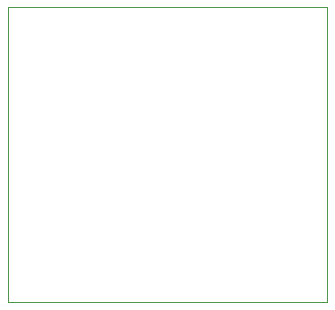
<source format=gm1>
G04 #@! TF.GenerationSoftware,KiCad,Pcbnew,7.0.10*
G04 #@! TF.CreationDate,2024-07-28T21:48:16+02:00*
G04 #@! TF.ProjectId,Traffic LED Board,54726166-6669-4632-904c-454420426f61,rev?*
G04 #@! TF.SameCoordinates,Original*
G04 #@! TF.FileFunction,Profile,NP*
%FSLAX46Y46*%
G04 Gerber Fmt 4.6, Leading zero omitted, Abs format (unit mm)*
G04 Created by KiCad (PCBNEW 7.0.10) date 2024-07-28 21:48:16*
%MOMM*%
%LPD*%
G01*
G04 APERTURE LIST*
G04 #@! TA.AperFunction,Profile*
%ADD10C,0.050000*%
G04 #@! TD*
G04 APERTURE END LIST*
D10*
X99774000Y-100000000D02*
X126774000Y-100000000D01*
X126774000Y-125000000D01*
X99774000Y-125000000D01*
X99774000Y-100000000D01*
M02*

</source>
